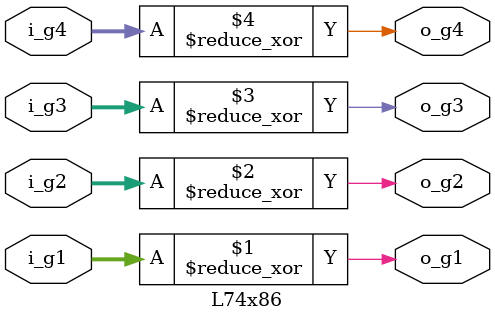
<source format=sv>
module L74x86
  (
    // Gate 1
    input [1:0] i_g1,
    output o_g1,

    // Gate 2
    input [1:0] i_g2,
    output o_g2,
    
    // Gate 3
    input [1:0] i_g3,
    output o_g3,
    
    // Gate 4
    input [1:0] i_g4,
    output o_g4
  );

  assign o_g1 = ^i_g1;
  assign o_g2 = ^i_g2;
  assign o_g3 = ^i_g3;
  assign o_g4 = ^i_g4;

endmodule

</source>
